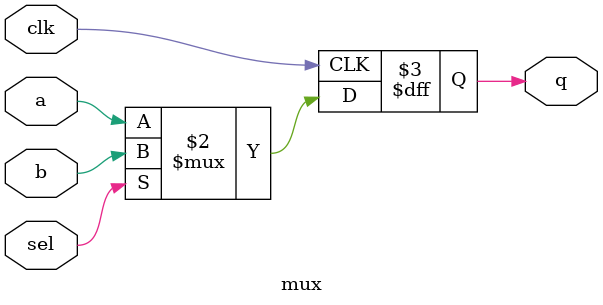
<source format=v>
module top_module (
	input [2:0] SW,      // R
	input [1:0] KEY,     // L and clk
	output [2:0] LEDR);  // Q
    
    wire [2:0] in0 = {{LEDR[1] ^ LEDR[2]}, LEDR[0], LEDR[2]};
    
    mux mux [2:0] (KEY[0], in0, SW, KEY[1], LEDR);

endmodule

module mux (
    input clk,
    input a,b,
    input sel,
    output q
);
    
    always @(posedge clk) begin
        q <= sel? b : a;
    end
    
endmodule

</source>
